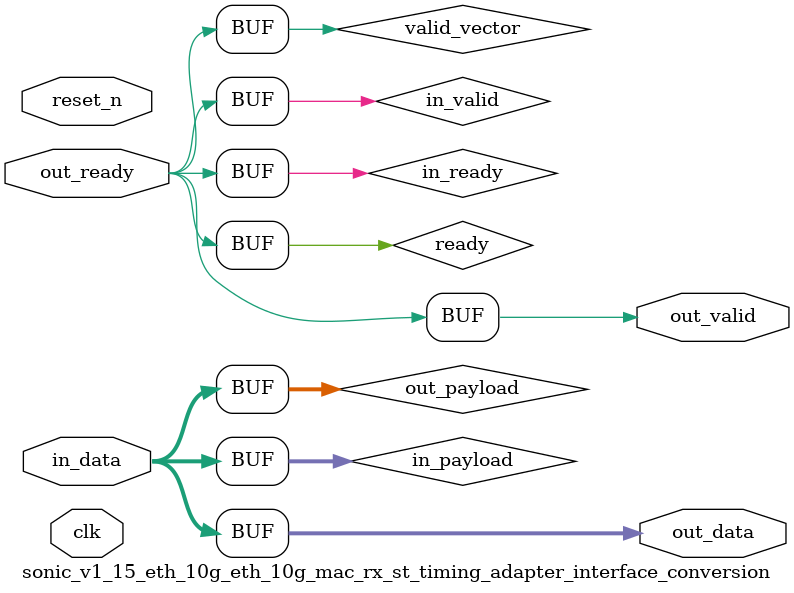
<source format=v>

`timescale 1ns / 100ps
module sonic_v1_15_eth_10g_eth_10g_mac_rx_st_timing_adapter_interface_conversion (
    
      // Interface: clk
      input              clk,
      // Interface: reset
      input              reset_n,
      // Interface: in
      input      [71: 0] in_data,
      // Interface: out
      output reg [71: 0] out_data,
      input              out_ready,
      output reg         out_valid
);




   // ---------------------------------------------------------------------
   //| Signal Declarations
   // ---------------------------------------------------------------------

   reg  [71: 0] in_payload;
   reg  [71: 0] out_payload;
   reg  [ 0: 0] ready;
   reg          in_ready;
   // synthesis translate_off
   always @(negedge in_ready) begin
      $display("%m: The downstream component is backpressuring by deasserting ready, but the upstream component can't be backpressured.");
   end
   // synthesis translate_on   
   reg          in_valid;
   reg  [ 0: 0] valid_vector;


   // ---------------------------------------------------------------------
   //| Payload Mapping
   // ---------------------------------------------------------------------
   always @* begin
     in_payload = {in_data};
     {out_data} = out_payload;
   end

   // ---------------------------------------------------------------------
   //| Ready & valid signals.
   // ---------------------------------------------------------------------
   always @* begin
     ready[0] = out_ready;
     out_valid = in_valid;
     out_payload = in_payload;
     in_ready = ready[0];
   end



   // ---------------------------------------------------------------------
   //| Input Valid Generation
   // ---------------------------------------------------------------------
   always @* begin
      valid_vector[0] = in_ready;
      in_valid        = valid_vector[0];
   end


endmodule


</source>
